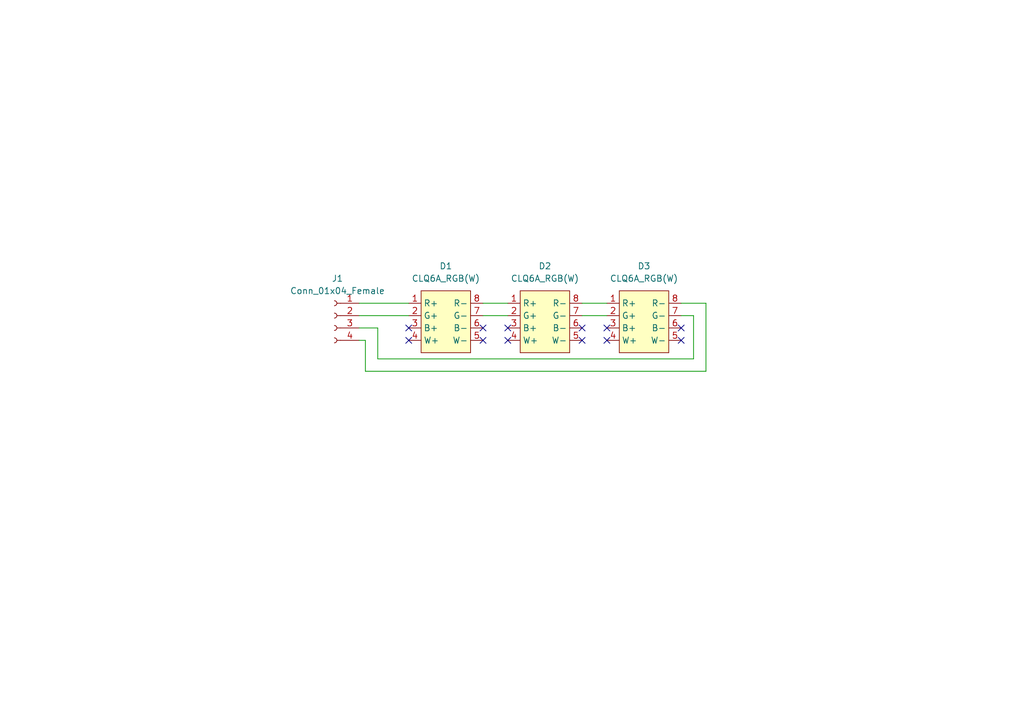
<source format=kicad_sch>
(kicad_sch (version 20250114) (generator "eeschema") (generator_version "9.0")
  (paper "A5")
  (title_block (title "TS Active Light") (date "2025-05-02") (rev "V2") (comment 1 "Hamza Tamim"))
  (lib_symbols
    (symbol "Connector:Conn_01x04_Female" (pin_names (offset 1.016) (hide yes))
      (property "Reference" "J" (at 0 5.08 0))
      (property "Value" "Conn_01x04_Female" (at 0 -7.62 0))
      (symbol "Conn_01x04_Female_1_1"
        (polyline (pts (xy -1.27 2.54) (xy -0.508 2.54)) (stroke (width 0.1524)))
        (polyline (pts (xy -1.27 0) (xy -0.508 0)) (stroke (width 0.1524)))
        (polyline (pts (xy -1.27 -2.54) (xy -0.508 -2.54)) (stroke (width 0.1524)))
        (polyline (pts (xy -1.27 -5.08) (xy -0.508 -5.08)) (stroke (width 0.1524)))
        (arc (start 0 2.032) (mid -0.5058 2.54) (end 0 3.048) (stroke (width 0.1524)))
        (arc (start 0 -0.508) (mid -0.5058 0) (end 0 0.508) (stroke (width 0.1524)))
        (arc (start 0 -3.048) (mid -0.5058 -2.54) (end 0 -2.032) (stroke (width 0.1524)))
        (arc (start 0 -5.588) (mid -0.5058 -5.08) (end 0 -4.572) (stroke (width 0.1524)))
        (pin passive line (at -5.08 2.54 0) (length 3.81) (name "Pin_1") (number "1"))
        (pin passive line (at -5.08 0 0) (length 3.81) (name "Pin_2") (number "2"))
        (pin passive line (at -5.08 -2.54 0) (length 3.81) (name "Pin_3") (number "3"))
        (pin passive line (at -5.08 -5.08 0) (length 3.81) (name "Pin_4") (number "4"))
      )
    )
    (symbol "FaSTTUBe_LEDs:CLQ6A_RGB(W)"
      (property "Reference" "D?" (at 0 10.16 0))
      (property "Value" "CLQ6A_RGB(W)" (at 0 7.62 0))
      (symbol "CLQ6A_RGB(W)_0_1"
        (rectangle (start -5.08 6.35) (end 5.08 -6.35) (fill (type background)))
      )
      (symbol "CLQ6A_RGB(W)_1_1"
        (pin power_in line (at -7.62 3.81 0) (length 2.54) (name "R+") (number "1"))
        (pin power_in line (at -7.62 1.27 0) (length 2.54) (name "G+") (number "2"))
        (pin power_in line (at -7.62 -1.27 0) (length 2.54) (name "B+") (number "3"))
        (pin power_in line (at -7.62 -3.81 0) (length 2.54) (name "W+") (number "4"))
        (pin power_in line (at 7.62 3.81 180) (length 2.54) (name "R-") (number "8"))
        (pin power_in line (at 7.62 1.27 180) (length 2.54) (name "G-") (number "7"))
        (pin power_in line (at 7.62 -1.27 180) (length 2.54) (name "B-") (number "6"))
        (pin power_in line (at 7.62 -3.81 180) (length 2.54) (name "W-") (number "5"))
      )
    )
  )
  (no_connect (at 83.82 67.31))
  (no_connect (at 119.38 69.85))
  (no_connect (at 124.46 67.31))
  (no_connect (at 99.06 67.31))
  (no_connect (at 83.82 69.85))
  (no_connect (at 99.06 69.85))
  (no_connect (at 104.14 67.31))
  (no_connect (at 119.38 67.31))
  (no_connect (at 139.7 69.85))
  (no_connect (at 139.7 67.31))
  (no_connect (at 104.14 69.85))
  (no_connect (at 124.46 69.85))
  (wire (pts (xy 119.38 64.77) (xy 124.46 64.77)))
  (wire (pts (xy 139.7 64.77) (xy 142.24 64.77)))
  (wire (pts (xy 74.93 69.85) (xy 73.66 69.85)))
  (wire (pts (xy 139.7 62.23) (xy 144.78 62.23)))
  (wire (pts (xy 73.66 62.23) (xy 83.82 62.23)))
  (wire (pts (xy 119.38 62.23) (xy 124.46 62.23)))
  (wire (pts (xy 142.24 64.77) (xy 142.24 73.66)))
  (wire (pts (xy 144.78 62.23) (xy 144.78 76.2)))
  (wire (pts (xy 77.47 73.66) (xy 142.24 73.66)))
  (wire (pts (xy 99.06 64.77) (xy 104.14 64.77)))
  (wire (pts (xy 74.93 69.85) (xy 74.93 76.2)))
  (wire (pts (xy 77.47 67.31) (xy 77.47 73.66)))
  (wire (pts (xy 74.93 76.2) (xy 144.78 76.2)))
  (wire (pts (xy 99.06 62.23) (xy 104.14 62.23)))
  (wire (pts (xy 73.66 64.77) (xy 83.82 64.77)))
  (wire (pts (xy 73.66 67.31) (xy 77.47 67.31)))
  (symbol (lib_id "Connector:Conn_01x04_Female") (at 68.58 64.77 0) (mirror y) (unit 1)
    (property "Reference" "J1" (at 69.215 57.15 0))
    (property "Value" "Conn_01x04_Female" (at 69.215 59.69 0))
    (property "Footprint" "Connector_PinHeader_1.27mm:PinHeader_1x04_P1.27mm_Vertical" (effects (hide yes)))
  )
  (symbol (lib_id "FaSTTUBe_LEDs:CLQ6A_RGB(W)") (at 132.08 66.04 0) (unit 1)
    (property "Reference" "D3" (at 132.08 54.61 0))
    (property "Value" "CLQ6A_RGB(W)" (at 132.08 57.15 0))
    (property "Footprint" "FaSTTUBe_LEDs:PLCC8" (effects (hide yes)))
  )
  (symbol (lib_id "FaSTTUBe_LEDs:CLQ6A_RGB(W)") (at 111.76 66.04 0) (unit 1)
    (property "Reference" "D2" (at 111.76 54.61 0))
    (property "Value" "CLQ6A_RGB(W)" (at 111.76 57.15 0))
    (property "Footprint" "FaSTTUBe_LEDs:PLCC8" (effects (hide yes)))
  )
  (symbol (lib_id "FaSTTUBe_LEDs:CLQ6A_RGB(W)") (at 91.44 66.04 0) (unit 1)
    (property "Reference" "D1" (at 91.44 54.61 0))
    (property "Value" "CLQ6A_RGB(W)" (at 91.44 57.15 0))
    (property "Footprint" "FaSTTUBe_LEDs:PLCC8" (effects (hide yes)))
  )
)
</source>
